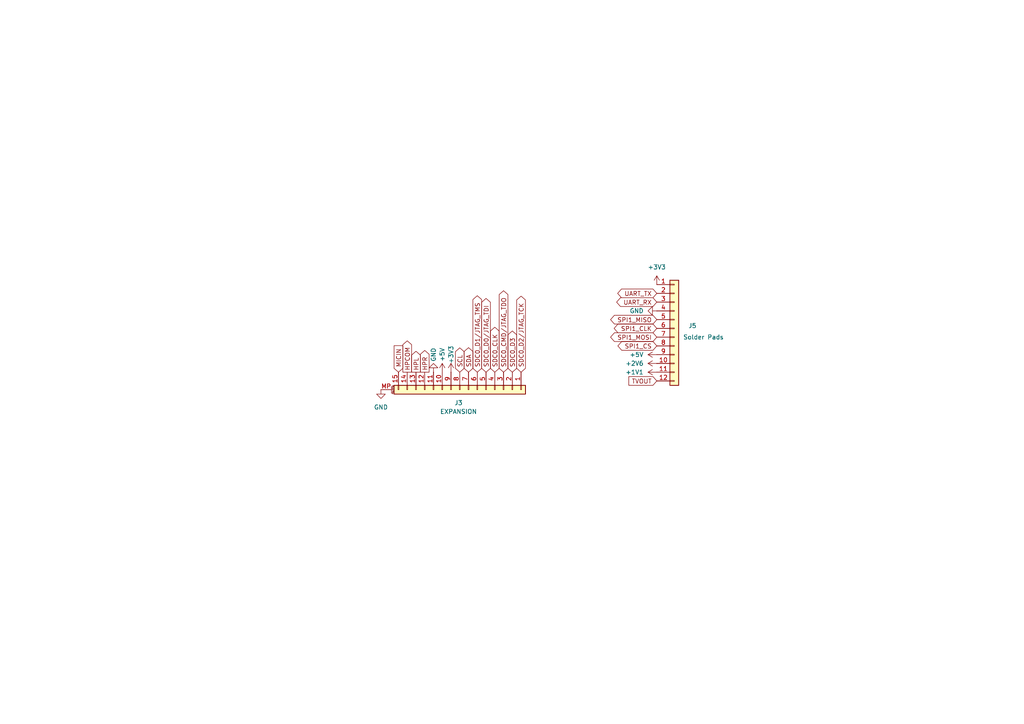
<source format=kicad_sch>
(kicad_sch (version 20250114) (generator "eeschema") (generator_version "9.0")
  (paper "A4")
  (lib_symbols
    (symbol "Connector_Generic:Conn_01x12" (pin_names (offset 1.016) (hide yes))
      (property "Reference" "J" (at 0 15.24 0))
      (property "Value" "Conn_01x12" (at 0 -17.78 0))
      (symbol "Conn_01x12_1_1"
        (rectangle (start -1.27 13.97) (end 1.27 -16.51) (stroke (width 0.254)) (fill (type background)))
        (rectangle (start -1.27 12.827) (end 0 12.573) (stroke (width 0.1524)))
        (rectangle (start -1.27 10.287) (end 0 10.033) (stroke (width 0.1524)))
        (rectangle (start -1.27 7.747) (end 0 7.493) (stroke (width 0.1524)))
        (rectangle (start -1.27 5.207) (end 0 4.953) (stroke (width 0.1524)))
        (rectangle (start -1.27 2.667) (end 0 2.413) (stroke (width 0.1524)))
        (rectangle (start -1.27 0.127) (end 0 -0.127) (stroke (width 0.1524)))
        (rectangle (start -1.27 -2.413) (end 0 -2.667) (stroke (width 0.1524)))
        (rectangle (start -1.27 -4.953) (end 0 -5.207) (stroke (width 0.1524)))
        (rectangle (start -1.27 -7.493) (end 0 -7.747) (stroke (width 0.1524)))
        (rectangle (start -1.27 -10.033) (end 0 -10.287) (stroke (width 0.1524)))
        (rectangle (start -1.27 -12.573) (end 0 -12.827) (stroke (width 0.1524)))
        (rectangle (start -1.27 -15.113) (end 0 -15.367) (stroke (width 0.1524)))
        (pin passive line (at -5.08 12.7 0) (length 3.81) (name "Pin_1") (number "1"))
        (pin passive line (at -5.08 10.16 0) (length 3.81) (name "Pin_2") (number "2"))
        (pin passive line (at -5.08 7.62 0) (length 3.81) (name "Pin_3") (number "3"))
        (pin passive line (at -5.08 5.08 0) (length 3.81) (name "Pin_4") (number "4"))
        (pin passive line (at -5.08 2.54 0) (length 3.81) (name "Pin_5") (number "5"))
        (pin passive line (at -5.08 0 0) (length 3.81) (name "Pin_6") (number "6"))
        (pin passive line (at -5.08 -2.54 0) (length 3.81) (name "Pin_7") (number "7"))
        (pin passive line (at -5.08 -5.08 0) (length 3.81) (name "Pin_8") (number "8"))
        (pin passive line (at -5.08 -7.62 0) (length 3.81) (name "Pin_9") (number "9"))
        (pin passive line (at -5.08 -10.16 0) (length 3.81) (name "Pin_10") (number "10"))
        (pin passive line (at -5.08 -12.7 0) (length 3.81) (name "Pin_11") (number "11"))
        (pin passive line (at -5.08 -15.24 0) (length 3.81) (name "Pin_12") (number "12"))
      )
    )
    (symbol "Connector_Generic_MountingPin:Conn_01x15_MountingPin" (pin_names (offset 1.016) (hide yes))
      (property "Reference" "J" (at 0 20.32 0))
      (property "Value" "Conn_01x15_MountingPin" (at 1.27 -20.32 0))
      (symbol "Conn_01x15_MountingPin_1_1"
        (rectangle (start -1.27 19.05) (end 1.27 -19.05) (stroke (width 0.254)) (fill (type background)))
        (rectangle (start -1.27 17.907) (end 0 17.653) (stroke (width 0.1524)))
        (rectangle (start -1.27 15.367) (end 0 15.113) (stroke (width 0.1524)))
        (rectangle (start -1.27 12.827) (end 0 12.573) (stroke (width 0.1524)))
        (rectangle (start -1.27 10.287) (end 0 10.033) (stroke (width 0.1524)))
        (rectangle (start -1.27 7.747) (end 0 7.493) (stroke (width 0.1524)))
        (rectangle (start -1.27 5.207) (end 0 4.953) (stroke (width 0.1524)))
        (rectangle (start -1.27 2.667) (end 0 2.413) (stroke (width 0.1524)))
        (rectangle (start -1.27 0.127) (end 0 -0.127) (stroke (width 0.1524)))
        (rectangle (start -1.27 -2.413) (end 0 -2.667) (stroke (width 0.1524)))
        (rectangle (start -1.27 -4.953) (end 0 -5.207) (stroke (width 0.1524)))
        (rectangle (start -1.27 -7.493) (end 0 -7.747) (stroke (width 0.1524)))
        (rectangle (start -1.27 -10.033) (end 0 -10.287) (stroke (width 0.1524)))
        (rectangle (start -1.27 -12.573) (end 0 -12.827) (stroke (width 0.1524)))
        (rectangle (start -1.27 -15.113) (end 0 -15.367) (stroke (width 0.1524)))
        (rectangle (start -1.27 -17.653) (end 0 -17.907) (stroke (width 0.1524)))
        (polyline (pts (xy -1.016 -19.812) (xy 1.016 -19.812)) (stroke (width 0.1524)))
        (text "Mounting" (at 0 -19.431 0) (effects (font (size 0.381 0.381))))
        (pin passive line (at -5.08 17.78 0) (length 3.81) (name "Pin_1") (number "1"))
        (pin passive line (at -5.08 15.24 0) (length 3.81) (name "Pin_2") (number "2"))
        (pin passive line (at -5.08 12.7 0) (length 3.81) (name "Pin_3") (number "3"))
        (pin passive line (at -5.08 10.16 0) (length 3.81) (name "Pin_4") (number "4"))
        (pin passive line (at -5.08 7.62 0) (length 3.81) (name "Pin_5") (number "5"))
        (pin passive line (at -5.08 5.08 0) (length 3.81) (name "Pin_6") (number "6"))
        (pin passive line (at -5.08 2.54 0) (length 3.81) (name "Pin_7") (number "7"))
        (pin passive line (at -5.08 0 0) (length 3.81) (name "Pin_8") (number "8"))
        (pin passive line (at -5.08 -2.54 0) (length 3.81) (name "Pin_9") (number "9"))
        (pin passive line (at -5.08 -5.08 0) (length 3.81) (name "Pin_10") (number "10"))
        (pin passive line (at -5.08 -7.62 0) (length 3.81) (name "Pin_11") (number "11"))
        (pin passive line (at -5.08 -10.16 0) (length 3.81) (name "Pin_12") (number "12"))
        (pin passive line (at -5.08 -12.7 0) (length 3.81) (name "Pin_13") (number "13"))
        (pin passive line (at -5.08 -15.24 0) (length 3.81) (name "Pin_14") (number "14"))
        (pin passive line (at -5.08 -17.78 0) (length 3.81) (name "Pin_15") (number "15"))
        (pin passive line (at 0 -22.86 90) (length 3.048) (name "MountPin") (number "MP"))
      )
    )
    (symbol "power:+1V1" (power) (pin_numbers (hide yes)) (pin_names (offset 0) (hide yes))
      (property "Value" "+1V1" (at 0 3.556 0))
      (symbol "+1V1_0_1"
        (polyline (pts (xy -0.762 1.27) (xy 0 2.54)))
        (polyline (pts (xy 0 2.54) (xy 0.762 1.27)))
        (polyline (pts (xy 0 0) (xy 0 2.54)))
      )
      (symbol "+1V1_1_1"
        (pin power_in line (at 0 0 90) (length 0) (name "~") (number "1"))
      )
    )
    (symbol "power:+3V3" (power) (pin_numbers (hide yes)) (pin_names (offset 0) (hide yes))
      (property "Value" "+3V3" (at 0 3.556 0))
      (symbol "+3V3_0_1"
        (polyline (pts (xy -0.762 1.27) (xy 0 2.54)))
        (polyline (pts (xy 0 2.54) (xy 0.762 1.27)))
        (polyline (pts (xy 0 0) (xy 0 2.54)))
      )
      (symbol "+3V3_1_1"
        (pin power_in line (at 0 0 90) (length 0) (name "~") (number "1"))
      )
    )
    (symbol "power:+5V" (power) (pin_numbers (hide yes)) (pin_names (offset 0) (hide yes))
      (property "Value" "+5V" (at 0 3.556 0))
      (symbol "+5V_0_1"
        (polyline (pts (xy -0.762 1.27) (xy 0 2.54)))
        (polyline (pts (xy 0 2.54) (xy 0.762 1.27)))
        (polyline (pts (xy 0 0) (xy 0 2.54)))
      )
      (symbol "+5V_1_1"
        (pin power_in line (at 0 0 90) (length 0) (name "~") (number "1"))
      )
    )
    (symbol "power:GND" (power) (pin_numbers (hide yes)) (pin_names (offset 0) (hide yes))
      (property "Value" "GND" (at 0 -3.81 0))
      (symbol "GND_0_1"
        (polyline (pts (xy 0 0) (xy 0 -1.27) (xy 1.27 -1.27) (xy 0 -2.54) (xy -1.27 -1.27) (xy 0 -1.27)))
      )
      (symbol "GND_1_1"
        (pin power_in line (at 0 0 270) (length 0) (name "~") (number "1"))
      )
    )
    (symbol "tuxkeychain:+2V6" (power) (pin_numbers (hide yes)) (pin_names (offset 0) (hide yes))
      (property "Value" "+2V6" (at 0 3.556 0))
      (symbol "+2V6_0_1"
        (polyline (pts (xy -0.762 1.27) (xy 0 2.54)))
        (polyline (pts (xy 0 2.54) (xy 0.762 1.27)))
        (polyline (pts (xy 0 0) (xy 0 2.54)))
      )
      (symbol "+2V6_1_1"
        (pin power_in line (at 0 0 90) (length 0) (name "~") (number "1"))
      )
    )
  )
  (global_label "SDC0_D2{slash}JTAG_TCK" (shape bidirectional) (at 151.13 107.95 90) (property "Intersheetrefs" "${INTERSHEET_REFS}" (effects (hide yes))))
  (global_label "UART_RX" (shape bidirectional) (at 190.5 87.63 180) (property "Intersheetrefs" "${INTERSHEET_REFS}" (effects (hide yes))))
  (global_label "SDC0_CMD{slash}JTAG_TDO" (shape bidirectional) (at 146.05 107.95 90) (property "Intersheetrefs" "${INTERSHEET_REFS}" (effects (hide yes))))
  (global_label "UART_TX" (shape bidirectional) (at 190.5 85.09 180) (property "Intersheetrefs" "${INTERSHEET_REFS}" (effects (hide yes))))
  (global_label "MICIN" (shape input) (at 115.57 107.95 90) (property "Intersheetrefs" "${INTERSHEET_REFS}" (effects (hide yes))))
  (global_label "SPI1_CLK" (shape bidirectional) (at 190.5 95.25 180) (property "Intersheetrefs" "${INTERSHEET_REFS}" (effects (hide yes))))
  (global_label "SDA" (shape bidirectional) (at 135.89 107.95 90) (property "Intersheetrefs" "${INTERSHEET_REFS}" (effects (hide yes))))
  (global_label "SPI1_MOSI" (shape bidirectional) (at 190.5 97.79 180) (property "Intersheetrefs" "${INTERSHEET_REFS}" (effects (hide yes))))
  (global_label "SPI1_MISO" (shape bidirectional) (at 190.5 92.71 180) (property "Intersheetrefs" "${INTERSHEET_REFS}" (effects (hide yes))))
  (global_label "SCL" (shape bidirectional) (at 133.35 107.95 90) (property "Intersheetrefs" "${INTERSHEET_REFS}" (effects (hide yes))))
  (global_label "SPI1_CS" (shape bidirectional) (at 190.5 100.33 180) (property "Intersheetrefs" "${INTERSHEET_REFS}" (effects (hide yes))))
  (global_label "SDC0_D0{slash}JTAG_TDI" (shape bidirectional) (at 140.97 107.95 90) (property "Intersheetrefs" "${INTERSHEET_REFS}" (effects (hide yes))))
  (global_label "HPL" (shape output) (at 120.65 107.95 90) (property "Intersheetrefs" "${INTERSHEET_REFS}" (effects (hide yes))))
  (global_label "TVOUT" (shape input) (at 190.5 110.49 180) (property "Intersheetrefs" "${INTERSHEET_REFS}" (effects (hide yes))))
  (global_label "HPCOM" (shape output) (at 118.11 107.95 90) (property "Intersheetrefs" "${INTERSHEET_REFS}" (effects (hide yes))))
  (global_label "HPR" (shape output) (at 123.19 107.95 90) (property "Intersheetrefs" "${INTERSHEET_REFS}" (effects (hide yes))))
  (global_label "SDC0_D1{slash}JTAG_TMS" (shape bidirectional) (at 138.43 107.95 90) (property "Intersheetrefs" "${INTERSHEET_REFS}" (effects (hide yes))))
  (global_label "SDC0_D3" (shape bidirectional) (at 148.59 107.95 90) (property "Intersheetrefs" "${INTERSHEET_REFS}" (effects (hide yes))))
  (global_label "SDC0_CLK" (shape bidirectional) (at 143.51 107.95 90) (property "Intersheetrefs" "${INTERSHEET_REFS}" (effects (hide yes))))
  (symbol (lib_id "Connector_Generic_MountingPin:Conn_01x15_MountingPin") (at 133.35 113.03 270) (unit 1)
    (property "Reference" "J3" (at 132.9944 116.84 90))
    (property "Value" "EXPANSION" (at 132.9944 119.38 90))
    (property "Description" "Generic connectable mounting pin connector, single row, 01x15, script generated (kicad-library-utils/schlib/autogen/connector/)" (effects (hide yes)))
  )
  (symbol (lib_id "tuxkeychain:+2V6") (at 190.5 105.41 90) (unit 1)
    (property "Reference" "#PWR053" (effects (hide yes)))
    (property "Value" "+2V6" (at 186.69 105.4099 90) (effects (justify left)))
    (property "Description" "Power symbol creates a global label with name \"+2V6\"" (effects (hide yes)))
  )
  (symbol (lib_id "power:+3V3") (at 190.5 82.55 0) (unit 1)
    (property "Reference" "#PWR050" (effects (hide yes)))
    (property "Value" "+3V3" (at 190.5 77.47 0))
    (property "Description" "Power symbol creates a global label with name \"+3V3\"" (effects (hide yes)))
  )
  (symbol (lib_id "power:GND") (at 110.49 113.03 0) (unit 1)
    (property "Reference" "#PWR046" (effects (hide yes)))
    (property "Value" "GND" (at 110.49 118.11 0))
    (property "Description" "Power symbol creates a global label with name \"GND\" , ground" (effects (hide yes)))
  )
  (symbol (lib_id "Connector_Generic:Conn_01x12") (at 195.58 95.25 0) (unit 1)
    (property "Reference" "J5" (at 199.644 94.488 0) (effects (justify left)))
    (property "Value" "Solder Pads" (at 198.12 97.7899 0) (effects (justify left)))
    (property "Description" "Generic connector, single row, 01x12, script generated (kicad-library-utils/schlib/autogen/connector/)" (effects (hide yes)))
  )
  (symbol (lib_id "power:+5V") (at 190.5 102.87 90) (unit 1)
    (property "Reference" "#PWR052" (effects (hide yes)))
    (property "Value" "+5V" (at 186.69 102.8699 90) (effects (justify left)))
    (property "Description" "Power symbol creates a global label with name \"+5V\"" (effects (hide yes)))
  )
  (symbol (lib_id "power:GND") (at 190.5 90.17 270) (unit 1)
    (property "Reference" "#PWR051" (effects (hide yes)))
    (property "Value" "GND" (at 186.69 90.1699 90) (effects (justify right)))
    (property "Description" "Power symbol creates a global label with name \"GND\" , ground" (effects (hide yes)))
  )
  (symbol (lib_id "power:+1V1") (at 190.5 107.95 90) (unit 1)
    (property "Reference" "#PWR054" (effects (hide yes)))
    (property "Value" "+1V1" (at 186.69 107.9499 90) (effects (justify left)))
    (property "Description" "Power symbol creates a global label with name \"+1V1\"" (effects (hide yes)))
  )
  (symbol (lib_id "power:GND") (at 125.73 107.95 180) (unit 1)
    (property "Reference" "#PWR047" (effects (hide yes)))
    (property "Value" "GND" (at 125.73 102.87 90))
    (property "Description" "Power symbol creates a global label with name \"GND\" , ground" (effects (hide yes)))
  )
  (symbol (lib_id "power:+3V3") (at 130.81 107.95 0) (unit 1)
    (property "Reference" "#PWR049" (effects (hide yes)))
    (property "Value" "+3V3" (at 130.81 102.87 90))
    (property "Description" "Power symbol creates a global label with name \"+3V3\"" (effects (hide yes)))
  )
  (symbol (lib_id "power:+5V") (at 128.27 107.95 0) (unit 1)
    (property "Reference" "#PWR048" (effects (hide yes)))
    (property "Value" "+5V" (at 128.27 102.87 90))
    (property "Description" "Power symbol creates a global label with name \"+5V\"" (effects (hide yes)))
  )
)
</source>
